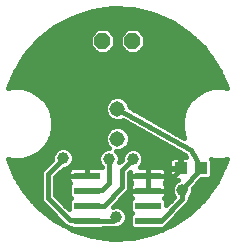
<source format=gbl>
G75*
%MOIN*%
%OFA0B0*%
%FSLAX25Y25*%
%IPPOS*%
%LPD*%
%AMOC8*
5,1,8,0,0,1.08239X$1,22.5*
%
%ADD10C,0.05150*%
%ADD11R,0.08661X0.02362*%
%ADD12OC8,0.05200*%
%ADD13R,0.04331X0.03937*%
%ADD14C,0.03962*%
%ADD15C,0.01600*%
D10*
X0045107Y0040501D03*
X0045107Y0050501D03*
D11*
X0034871Y0028198D03*
X0034871Y0023198D03*
X0034871Y0018198D03*
X0034871Y0013198D03*
X0055343Y0013198D03*
X0055343Y0018198D03*
X0055343Y0023198D03*
X0055343Y0028198D03*
D12*
X0050107Y0073060D03*
X0040107Y0073060D03*
D13*
X0066170Y0030540D03*
X0072863Y0030540D03*
D14*
X0066761Y0023454D03*
X0050225Y0033690D03*
X0042351Y0033690D03*
X0034871Y0033296D03*
X0026997Y0034083D03*
X0044713Y0014398D03*
D15*
X0018564Y0017739D02*
X0014034Y0022925D01*
X0010502Y0028836D01*
X0008641Y0033795D01*
X0010052Y0033417D01*
X0013233Y0033417D01*
X0016307Y0034241D01*
X0019062Y0035832D01*
X0021312Y0038081D01*
X0022903Y0040837D01*
X0023726Y0043910D01*
X0023726Y0047092D01*
X0022903Y0050165D01*
X0021312Y0052920D01*
X0019062Y0055170D01*
X0016307Y0056761D01*
X0013233Y0057584D01*
X0010052Y0057584D01*
X0008641Y0057206D01*
X0010502Y0062166D01*
X0014034Y0068077D01*
X0018564Y0073262D01*
X0023948Y0077556D01*
X0030012Y0080819D01*
X0036560Y0082946D01*
X0043384Y0083871D01*
X0050263Y0083562D01*
X0056976Y0082030D01*
X0063308Y0079323D01*
X0069054Y0075530D01*
X0074032Y0070771D01*
X0078079Y0065201D01*
X0081067Y0058997D01*
X0081560Y0057210D01*
X0080162Y0057584D01*
X0076981Y0057584D01*
X0073908Y0056761D01*
X0071152Y0055170D01*
X0068902Y0052920D01*
X0067312Y0050165D01*
X0066488Y0047092D01*
X0066488Y0043910D01*
X0067312Y0040837D01*
X0067435Y0040623D01*
X0049282Y0050896D01*
X0049282Y0051331D01*
X0048646Y0052866D01*
X0047472Y0054040D01*
X0045937Y0054676D01*
X0044277Y0054676D01*
X0042742Y0054040D01*
X0041568Y0052866D01*
X0040932Y0051331D01*
X0040932Y0049670D01*
X0041568Y0048136D01*
X0042742Y0046962D01*
X0044277Y0046326D01*
X0045937Y0046326D01*
X0046904Y0046726D01*
X0067808Y0034896D01*
X0068123Y0034309D01*
X0066354Y0034309D01*
X0066354Y0030724D01*
X0065986Y0030724D01*
X0065986Y0030356D01*
X0062205Y0030356D01*
X0062205Y0028335D01*
X0062327Y0027877D01*
X0062564Y0027466D01*
X0062899Y0027131D01*
X0063310Y0026894D01*
X0063768Y0026772D01*
X0065413Y0026772D01*
X0064732Y0026489D01*
X0063725Y0025482D01*
X0063180Y0024166D01*
X0063180Y0022741D01*
X0063725Y0021425D01*
X0064106Y0021044D01*
X0061274Y0018211D01*
X0061274Y0020041D01*
X0060754Y0020562D01*
X0060779Y0020576D01*
X0061114Y0020911D01*
X0061351Y0021322D01*
X0061474Y0021780D01*
X0061474Y0023198D01*
X0061474Y0024616D01*
X0061351Y0025074D01*
X0061114Y0025484D01*
X0060901Y0025698D01*
X0061114Y0025911D01*
X0061351Y0026322D01*
X0061474Y0026780D01*
X0061474Y0028198D01*
X0061474Y0029616D01*
X0061351Y0030074D01*
X0061114Y0030484D01*
X0060779Y0030819D01*
X0060369Y0031056D01*
X0059911Y0031179D01*
X0055343Y0031179D01*
X0052779Y0031179D01*
X0053261Y0031661D01*
X0053806Y0032977D01*
X0053806Y0034402D01*
X0053261Y0035718D01*
X0052254Y0036726D01*
X0050938Y0037271D01*
X0049513Y0037271D01*
X0048197Y0036726D01*
X0047189Y0035718D01*
X0046644Y0034402D01*
X0046644Y0033503D01*
X0045800Y0032659D01*
X0045932Y0032977D01*
X0045932Y0034402D01*
X0045387Y0035718D01*
X0044779Y0036326D01*
X0045937Y0036326D01*
X0047472Y0036962D01*
X0048646Y0038136D01*
X0049282Y0039670D01*
X0049282Y0041331D01*
X0048646Y0042866D01*
X0047472Y0044040D01*
X0045937Y0044676D01*
X0044277Y0044676D01*
X0042742Y0044040D01*
X0041568Y0042866D01*
X0040932Y0041331D01*
X0040932Y0039670D01*
X0041568Y0038136D01*
X0042433Y0037271D01*
X0041639Y0037271D01*
X0040323Y0036726D01*
X0039315Y0035718D01*
X0038770Y0034402D01*
X0038770Y0032977D01*
X0039315Y0031661D01*
X0039951Y0031025D01*
X0039951Y0031024D01*
X0039896Y0031056D01*
X0039439Y0031179D01*
X0034871Y0031179D01*
X0034871Y0028198D01*
X0034871Y0028198D01*
X0034871Y0031179D01*
X0030303Y0031179D01*
X0029845Y0031056D01*
X0029435Y0030819D01*
X0029100Y0030484D01*
X0028863Y0030074D01*
X0028740Y0029616D01*
X0028740Y0028198D01*
X0034871Y0028198D01*
X0034871Y0033296D01*
X0034871Y0030967D02*
X0034871Y0030967D01*
X0034871Y0029368D02*
X0034871Y0029368D01*
X0034871Y0028198D02*
X0034871Y0028198D01*
X0028740Y0028198D01*
X0028740Y0026780D01*
X0028863Y0026322D01*
X0029100Y0025911D01*
X0029435Y0025576D01*
X0029460Y0025562D01*
X0028940Y0025041D01*
X0028940Y0021354D01*
X0029596Y0020698D01*
X0028940Y0020041D01*
X0028940Y0017030D01*
X0024279Y0021692D01*
X0024279Y0027578D01*
X0027204Y0030502D01*
X0027709Y0030502D01*
X0029025Y0031048D01*
X0030033Y0032055D01*
X0030578Y0033371D01*
X0030578Y0034796D01*
X0030033Y0036112D01*
X0029025Y0037119D01*
X0027709Y0037665D01*
X0026285Y0037665D01*
X0024968Y0037119D01*
X0023961Y0036112D01*
X0023416Y0034796D01*
X0023416Y0033503D01*
X0020519Y0030606D01*
X0019844Y0029931D01*
X0019479Y0029049D01*
X0019479Y0020220D01*
X0019844Y0019338D01*
X0027324Y0011858D01*
X0027820Y0011362D01*
X0023948Y0013446D01*
X0018564Y0017739D01*
X0018180Y0018179D02*
X0021003Y0018179D01*
X0020017Y0016580D02*
X0022602Y0016580D01*
X0022022Y0014982D02*
X0024200Y0014982D01*
X0024064Y0013383D02*
X0025799Y0013383D01*
X0027035Y0011785D02*
X0027397Y0011785D01*
X0028669Y0010906D02*
X0028882Y0010817D01*
X0029477Y0010817D01*
X0029877Y0010417D01*
X0039864Y0010417D01*
X0040245Y0010798D01*
X0043990Y0010798D01*
X0044038Y0010817D01*
X0045426Y0010817D01*
X0046742Y0011363D01*
X0047749Y0012370D01*
X0048294Y0013686D01*
X0048294Y0015111D01*
X0047749Y0016427D01*
X0046742Y0017434D01*
X0045426Y0017980D01*
X0044001Y0017980D01*
X0043683Y0017848D01*
X0048041Y0022206D01*
X0048716Y0022881D01*
X0049082Y0023764D01*
X0049082Y0029152D01*
X0049213Y0029283D01*
X0049213Y0028198D01*
X0055343Y0028198D01*
X0055343Y0031179D01*
X0055343Y0028198D01*
X0055343Y0028198D01*
X0055343Y0028198D01*
X0049213Y0028198D01*
X0049213Y0026780D01*
X0049335Y0026322D01*
X0049572Y0025911D01*
X0049786Y0025698D01*
X0049572Y0025484D01*
X0049335Y0025074D01*
X0049213Y0024616D01*
X0049213Y0023198D01*
X0055343Y0023198D01*
X0055343Y0028198D01*
X0063828Y0028198D01*
X0066170Y0030540D01*
X0065986Y0030724D02*
X0062205Y0030724D01*
X0062205Y0032746D01*
X0062327Y0033203D01*
X0062564Y0033614D01*
X0062899Y0033949D01*
X0063310Y0034186D01*
X0063768Y0034309D01*
X0065986Y0034309D01*
X0065986Y0030724D01*
X0065986Y0030967D02*
X0066354Y0030967D01*
X0066354Y0032565D02*
X0065986Y0032565D01*
X0065986Y0034164D02*
X0066354Y0034164D01*
X0066278Y0035762D02*
X0053217Y0035762D01*
X0053806Y0034164D02*
X0063272Y0034164D01*
X0062205Y0032565D02*
X0053636Y0032565D01*
X0055343Y0030967D02*
X0055343Y0030967D01*
X0055343Y0029368D02*
X0055343Y0029368D01*
X0055343Y0028198D02*
X0061474Y0028198D01*
X0055343Y0028198D01*
X0055343Y0028198D01*
X0055343Y0028198D01*
X0055343Y0025217D01*
X0055343Y0023198D01*
X0055343Y0023198D01*
X0055343Y0023198D01*
X0049213Y0023198D01*
X0049213Y0021780D01*
X0049335Y0021322D01*
X0049572Y0020911D01*
X0049907Y0020576D01*
X0049933Y0020562D01*
X0049413Y0020041D01*
X0049413Y0016354D01*
X0050069Y0015698D01*
X0049413Y0015041D01*
X0049413Y0011354D01*
X0050350Y0010417D01*
X0060337Y0010417D01*
X0061274Y0011354D01*
X0061274Y0011423D01*
X0068120Y0018269D01*
X0068795Y0018944D01*
X0069161Y0019827D01*
X0069161Y0020789D01*
X0069797Y0021425D01*
X0070342Y0022741D01*
X0070342Y0023934D01*
X0072957Y0026972D01*
X0075691Y0026972D01*
X0076628Y0027909D01*
X0076628Y0033171D01*
X0076163Y0033636D01*
X0076981Y0033417D01*
X0080162Y0033417D01*
X0081560Y0033792D01*
X0081067Y0032005D01*
X0078079Y0025801D01*
X0074032Y0020230D01*
X0074032Y0020230D01*
X0069055Y0015472D01*
X0063308Y0011678D01*
X0056976Y0008972D01*
X0050263Y0007440D01*
X0043384Y0007131D01*
X0036560Y0008055D01*
X0030012Y0010183D01*
X0028669Y0010906D01*
X0030005Y0010186D02*
X0059817Y0010186D01*
X0061636Y0011785D02*
X0063469Y0011785D01*
X0063234Y0013383D02*
X0065891Y0013383D01*
X0064833Y0014982D02*
X0068312Y0014982D01*
X0066431Y0016580D02*
X0070214Y0016580D01*
X0071886Y0018179D02*
X0068030Y0018179D01*
X0069140Y0019777D02*
X0073558Y0019777D01*
X0074864Y0021376D02*
X0069747Y0021376D01*
X0070342Y0022974D02*
X0076025Y0022974D01*
X0077187Y0024573D02*
X0070892Y0024573D01*
X0072268Y0026171D02*
X0078257Y0026171D01*
X0079027Y0027770D02*
X0076489Y0027770D01*
X0076628Y0029368D02*
X0079797Y0029368D01*
X0080567Y0030967D02*
X0076628Y0030967D01*
X0076628Y0032565D02*
X0081221Y0032565D01*
X0072863Y0030540D02*
X0069595Y0036643D01*
X0045107Y0050501D01*
X0042048Y0053346D02*
X0020886Y0053346D01*
X0021989Y0051748D02*
X0041105Y0051748D01*
X0040932Y0050149D02*
X0022907Y0050149D01*
X0023335Y0048551D02*
X0041396Y0048551D01*
X0042765Y0046952D02*
X0023726Y0046952D01*
X0023726Y0045354D02*
X0049330Y0045354D01*
X0047757Y0043755D02*
X0052154Y0043755D01*
X0054979Y0042156D02*
X0048940Y0042156D01*
X0049282Y0040558D02*
X0057804Y0040558D01*
X0060628Y0038959D02*
X0048987Y0038959D01*
X0047871Y0037361D02*
X0063453Y0037361D01*
X0064725Y0042156D02*
X0066958Y0042156D01*
X0066530Y0043755D02*
X0061900Y0043755D01*
X0059075Y0045354D02*
X0066488Y0045354D01*
X0066488Y0046952D02*
X0056251Y0046952D01*
X0053426Y0048551D02*
X0066879Y0048551D01*
X0067307Y0050149D02*
X0050602Y0050149D01*
X0049109Y0051748D02*
X0068225Y0051748D01*
X0069328Y0053346D02*
X0048166Y0053346D01*
X0042457Y0043755D02*
X0023684Y0043755D01*
X0023256Y0042156D02*
X0041274Y0042156D01*
X0040932Y0040558D02*
X0022742Y0040558D01*
X0021819Y0038959D02*
X0041227Y0038959D01*
X0042343Y0037361D02*
X0028442Y0037361D01*
X0030178Y0035762D02*
X0039359Y0035762D01*
X0038770Y0034164D02*
X0030578Y0034164D01*
X0030244Y0032565D02*
X0038941Y0032565D01*
X0042351Y0033690D02*
X0042351Y0025816D01*
X0039989Y0023454D01*
X0035127Y0023454D01*
X0034871Y0023198D01*
X0034871Y0018198D02*
X0040639Y0018198D01*
X0046682Y0024241D01*
X0046682Y0030146D01*
X0050225Y0033690D01*
X0047233Y0035762D02*
X0045343Y0035762D01*
X0045932Y0034164D02*
X0046644Y0034164D01*
X0049082Y0027770D02*
X0049213Y0027770D01*
X0049082Y0026171D02*
X0049422Y0026171D01*
X0049213Y0024573D02*
X0049082Y0024573D01*
X0049213Y0022974D02*
X0048755Y0022974D01*
X0049321Y0021376D02*
X0047211Y0021376D01*
X0045612Y0019777D02*
X0049413Y0019777D01*
X0049413Y0018179D02*
X0044014Y0018179D01*
X0047596Y0016580D02*
X0049413Y0016580D01*
X0049413Y0014982D02*
X0048294Y0014982D01*
X0048169Y0013383D02*
X0049413Y0013383D01*
X0049413Y0011785D02*
X0047164Y0011785D01*
X0044713Y0014398D02*
X0043513Y0013198D01*
X0034871Y0013198D01*
X0034851Y0013217D01*
X0029359Y0013217D01*
X0021879Y0020698D01*
X0021879Y0028572D01*
X0026997Y0033690D01*
X0026997Y0034083D01*
X0023816Y0035762D02*
X0018942Y0035762D01*
X0020591Y0037361D02*
X0025552Y0037361D01*
X0023416Y0034164D02*
X0016020Y0034164D01*
X0019611Y0029368D02*
X0010302Y0029368D01*
X0009702Y0030967D02*
X0020880Y0030967D01*
X0022478Y0032565D02*
X0009102Y0032565D01*
X0011139Y0027770D02*
X0019479Y0027770D01*
X0019479Y0026171D02*
X0012094Y0026171D01*
X0013049Y0024573D02*
X0019479Y0024573D01*
X0019479Y0022974D02*
X0014004Y0022974D01*
X0015387Y0021376D02*
X0019479Y0021376D01*
X0019662Y0019777D02*
X0016784Y0019777D01*
X0024279Y0022974D02*
X0028940Y0022974D01*
X0028940Y0021376D02*
X0024595Y0021376D01*
X0026193Y0019777D02*
X0028940Y0019777D01*
X0028940Y0018179D02*
X0027792Y0018179D01*
X0028940Y0024573D02*
X0024279Y0024573D01*
X0024279Y0026171D02*
X0028950Y0026171D01*
X0028740Y0027770D02*
X0024471Y0027770D01*
X0026070Y0029368D02*
X0028740Y0029368D01*
X0028831Y0030967D02*
X0029691Y0030967D01*
X0034921Y0008588D02*
X0055293Y0008588D01*
X0055343Y0013198D02*
X0059654Y0013198D01*
X0066761Y0020304D01*
X0066761Y0023454D01*
X0072863Y0030540D01*
X0064414Y0026171D02*
X0061265Y0026171D01*
X0061474Y0024573D02*
X0063348Y0024573D01*
X0063180Y0022974D02*
X0061474Y0022974D01*
X0061474Y0023198D02*
X0055343Y0023198D01*
X0061474Y0023198D01*
X0061366Y0021376D02*
X0063774Y0021376D01*
X0062840Y0019777D02*
X0061274Y0019777D01*
X0055343Y0023198D02*
X0055343Y0023198D01*
X0055343Y0024573D02*
X0055343Y0024573D01*
X0055343Y0026171D02*
X0055343Y0026171D01*
X0055343Y0027770D02*
X0055343Y0027770D01*
X0060523Y0030967D02*
X0062205Y0030967D01*
X0062205Y0029368D02*
X0061474Y0029368D01*
X0061474Y0027770D02*
X0062389Y0027770D01*
X0070927Y0054945D02*
X0019287Y0054945D01*
X0016684Y0056543D02*
X0073531Y0056543D01*
X0079939Y0061339D02*
X0010192Y0061339D01*
X0009592Y0059740D02*
X0080709Y0059740D01*
X0081303Y0058142D02*
X0008992Y0058142D01*
X0010963Y0062937D02*
X0079169Y0062937D01*
X0078399Y0064536D02*
X0011918Y0064536D01*
X0012873Y0066134D02*
X0077401Y0066134D01*
X0076239Y0067733D02*
X0013828Y0067733D01*
X0015130Y0069331D02*
X0037896Y0069331D01*
X0038367Y0068860D02*
X0041847Y0068860D01*
X0044307Y0071320D01*
X0044307Y0074800D01*
X0041847Y0077260D01*
X0038367Y0077260D01*
X0035907Y0074800D01*
X0035907Y0071320D01*
X0038367Y0068860D01*
X0036298Y0070930D02*
X0016526Y0070930D01*
X0017923Y0072528D02*
X0035907Y0072528D01*
X0035907Y0074127D02*
X0019648Y0074127D01*
X0021653Y0075725D02*
X0036833Y0075725D01*
X0034014Y0082119D02*
X0056583Y0082119D01*
X0060506Y0080521D02*
X0029458Y0080521D01*
X0026487Y0078922D02*
X0063915Y0078922D01*
X0066337Y0077324D02*
X0023657Y0077324D01*
X0042254Y0083718D02*
X0046790Y0083718D01*
X0048367Y0077260D02*
X0045907Y0074800D01*
X0045907Y0071320D01*
X0048367Y0068860D01*
X0051847Y0068860D01*
X0054307Y0071320D01*
X0054307Y0074800D01*
X0051847Y0077260D01*
X0048367Y0077260D01*
X0046833Y0075725D02*
X0043381Y0075725D01*
X0044307Y0074127D02*
X0045907Y0074127D01*
X0045907Y0072528D02*
X0044307Y0072528D01*
X0043917Y0070930D02*
X0046298Y0070930D01*
X0047896Y0069331D02*
X0042318Y0069331D01*
X0052318Y0069331D02*
X0075078Y0069331D01*
X0073866Y0070930D02*
X0053917Y0070930D01*
X0054307Y0072528D02*
X0072194Y0072528D01*
X0070522Y0074127D02*
X0054307Y0074127D01*
X0053381Y0075725D02*
X0068759Y0075725D01*
M02*

</source>
